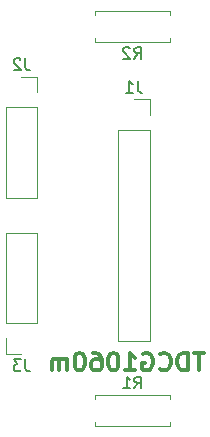
<source format=gbr>
G04 #@! TF.FileFunction,Legend,Bot*
%FSLAX46Y46*%
G04 Gerber Fmt 4.6, Leading zero omitted, Abs format (unit mm)*
G04 Created by KiCad (PCBNEW 4.0.7) date Sun Feb  4 21:06:27 2018*
%MOMM*%
%LPD*%
G01*
G04 APERTURE LIST*
%ADD10C,0.100000*%
%ADD11C,0.300000*%
%ADD12C,0.120000*%
%ADD13C,0.150000*%
G04 APERTURE END LIST*
D10*
D11*
X152585713Y-126178571D02*
X151728570Y-126178571D01*
X152157141Y-127678571D02*
X152157141Y-126178571D01*
X151228570Y-127678571D02*
X151228570Y-126178571D01*
X150871427Y-126178571D01*
X150657142Y-126250000D01*
X150514284Y-126392857D01*
X150442856Y-126535714D01*
X150371427Y-126821429D01*
X150371427Y-127035714D01*
X150442856Y-127321429D01*
X150514284Y-127464286D01*
X150657142Y-127607143D01*
X150871427Y-127678571D01*
X151228570Y-127678571D01*
X148871427Y-127535714D02*
X148942856Y-127607143D01*
X149157142Y-127678571D01*
X149299999Y-127678571D01*
X149514284Y-127607143D01*
X149657142Y-127464286D01*
X149728570Y-127321429D01*
X149799999Y-127035714D01*
X149799999Y-126821429D01*
X149728570Y-126535714D01*
X149657142Y-126392857D01*
X149514284Y-126250000D01*
X149299999Y-126178571D01*
X149157142Y-126178571D01*
X148942856Y-126250000D01*
X148871427Y-126321429D01*
X147442856Y-126250000D02*
X147585713Y-126178571D01*
X147799999Y-126178571D01*
X148014284Y-126250000D01*
X148157142Y-126392857D01*
X148228570Y-126535714D01*
X148299999Y-126821429D01*
X148299999Y-127035714D01*
X148228570Y-127321429D01*
X148157142Y-127464286D01*
X148014284Y-127607143D01*
X147799999Y-127678571D01*
X147657142Y-127678571D01*
X147442856Y-127607143D01*
X147371427Y-127535714D01*
X147371427Y-127035714D01*
X147657142Y-127035714D01*
X145942856Y-127678571D02*
X146799999Y-127678571D01*
X146371427Y-127678571D02*
X146371427Y-126178571D01*
X146514284Y-126392857D01*
X146657142Y-126535714D01*
X146799999Y-126607143D01*
X145014285Y-126178571D02*
X144871428Y-126178571D01*
X144728571Y-126250000D01*
X144657142Y-126321429D01*
X144585713Y-126464286D01*
X144514285Y-126750000D01*
X144514285Y-127107143D01*
X144585713Y-127392857D01*
X144657142Y-127535714D01*
X144728571Y-127607143D01*
X144871428Y-127678571D01*
X145014285Y-127678571D01*
X145157142Y-127607143D01*
X145228571Y-127535714D01*
X145299999Y-127392857D01*
X145371428Y-127107143D01*
X145371428Y-126750000D01*
X145299999Y-126464286D01*
X145228571Y-126321429D01*
X145157142Y-126250000D01*
X145014285Y-126178571D01*
X143228571Y-126178571D02*
X143514285Y-126178571D01*
X143657142Y-126250000D01*
X143728571Y-126321429D01*
X143871428Y-126535714D01*
X143942857Y-126821429D01*
X143942857Y-127392857D01*
X143871428Y-127535714D01*
X143800000Y-127607143D01*
X143657142Y-127678571D01*
X143371428Y-127678571D01*
X143228571Y-127607143D01*
X143157142Y-127535714D01*
X143085714Y-127392857D01*
X143085714Y-127035714D01*
X143157142Y-126892857D01*
X143228571Y-126821429D01*
X143371428Y-126750000D01*
X143657142Y-126750000D01*
X143800000Y-126821429D01*
X143871428Y-126892857D01*
X143942857Y-127035714D01*
X142157143Y-126178571D02*
X142014286Y-126178571D01*
X141871429Y-126250000D01*
X141800000Y-126321429D01*
X141728571Y-126464286D01*
X141657143Y-126750000D01*
X141657143Y-127107143D01*
X141728571Y-127392857D01*
X141800000Y-127535714D01*
X141871429Y-127607143D01*
X142014286Y-127678571D01*
X142157143Y-127678571D01*
X142300000Y-127607143D01*
X142371429Y-127535714D01*
X142442857Y-127392857D01*
X142514286Y-127107143D01*
X142514286Y-126750000D01*
X142442857Y-126464286D01*
X142371429Y-126321429D01*
X142300000Y-126250000D01*
X142157143Y-126178571D01*
X141014286Y-127678571D02*
X141014286Y-126678571D01*
X141014286Y-126821429D02*
X140942858Y-126750000D01*
X140800000Y-126678571D01*
X140585715Y-126678571D01*
X140442858Y-126750000D01*
X140371429Y-126892857D01*
X140371429Y-127678571D01*
X140371429Y-126892857D02*
X140300000Y-126750000D01*
X140157143Y-126678571D01*
X139942858Y-126678571D01*
X139800000Y-126750000D01*
X139728572Y-126892857D01*
X139728572Y-127678571D01*
D12*
X148015000Y-125155000D02*
X145355000Y-125155000D01*
X148015000Y-107315000D02*
X148015000Y-125155000D01*
X145355000Y-107315000D02*
X145355000Y-125155000D01*
X148015000Y-107315000D02*
X145355000Y-107315000D01*
X148015000Y-106045000D02*
X148015000Y-104715000D01*
X148015000Y-104715000D02*
X146685000Y-104715000D01*
X138490000Y-113090000D02*
X135830000Y-113090000D01*
X138490000Y-105410000D02*
X138490000Y-113090000D01*
X135830000Y-105410000D02*
X135830000Y-113090000D01*
X138490000Y-105410000D02*
X135830000Y-105410000D01*
X138490000Y-104140000D02*
X138490000Y-102810000D01*
X138490000Y-102810000D02*
X137160000Y-102810000D01*
X135830000Y-116018000D02*
X138490000Y-116018000D01*
X135830000Y-123698000D02*
X135830000Y-116018000D01*
X138490000Y-123698000D02*
X138490000Y-116018000D01*
X135830000Y-123698000D02*
X138490000Y-123698000D01*
X135830000Y-124968000D02*
X135830000Y-126298000D01*
X135830000Y-126298000D02*
X137160000Y-126298000D01*
X149768000Y-130084000D02*
X149768000Y-129754000D01*
X149768000Y-129754000D02*
X143348000Y-129754000D01*
X143348000Y-129754000D02*
X143348000Y-130084000D01*
X149768000Y-132044000D02*
X149768000Y-132374000D01*
X149768000Y-132374000D02*
X143348000Y-132374000D01*
X143348000Y-132374000D02*
X143348000Y-132044000D01*
X143348000Y-99532000D02*
X143348000Y-99862000D01*
X143348000Y-99862000D02*
X149768000Y-99862000D01*
X149768000Y-99862000D02*
X149768000Y-99532000D01*
X143348000Y-97572000D02*
X143348000Y-97242000D01*
X143348000Y-97242000D02*
X149768000Y-97242000D01*
X149768000Y-97242000D02*
X149768000Y-97572000D01*
D13*
X147018333Y-103167381D02*
X147018333Y-103881667D01*
X147065953Y-104024524D01*
X147161191Y-104119762D01*
X147304048Y-104167381D01*
X147399286Y-104167381D01*
X146018333Y-104167381D02*
X146589762Y-104167381D01*
X146304048Y-104167381D02*
X146304048Y-103167381D01*
X146399286Y-103310238D01*
X146494524Y-103405476D01*
X146589762Y-103453095D01*
X137493333Y-101262381D02*
X137493333Y-101976667D01*
X137540953Y-102119524D01*
X137636191Y-102214762D01*
X137779048Y-102262381D01*
X137874286Y-102262381D01*
X137064762Y-101357619D02*
X137017143Y-101310000D01*
X136921905Y-101262381D01*
X136683809Y-101262381D01*
X136588571Y-101310000D01*
X136540952Y-101357619D01*
X136493333Y-101452857D01*
X136493333Y-101548095D01*
X136540952Y-101690952D01*
X137112381Y-102262381D01*
X136493333Y-102262381D01*
X137493333Y-126750381D02*
X137493333Y-127464667D01*
X137540953Y-127607524D01*
X137636191Y-127702762D01*
X137779048Y-127750381D01*
X137874286Y-127750381D01*
X137112381Y-126750381D02*
X136493333Y-126750381D01*
X136826667Y-127131333D01*
X136683809Y-127131333D01*
X136588571Y-127178952D01*
X136540952Y-127226571D01*
X136493333Y-127321810D01*
X136493333Y-127559905D01*
X136540952Y-127655143D01*
X136588571Y-127702762D01*
X136683809Y-127750381D01*
X136969524Y-127750381D01*
X137064762Y-127702762D01*
X137112381Y-127655143D01*
X146724666Y-129206381D02*
X147058000Y-128730190D01*
X147296095Y-129206381D02*
X147296095Y-128206381D01*
X146915142Y-128206381D01*
X146819904Y-128254000D01*
X146772285Y-128301619D01*
X146724666Y-128396857D01*
X146724666Y-128539714D01*
X146772285Y-128634952D01*
X146819904Y-128682571D01*
X146915142Y-128730190D01*
X147296095Y-128730190D01*
X145772285Y-129206381D02*
X146343714Y-129206381D01*
X146058000Y-129206381D02*
X146058000Y-128206381D01*
X146153238Y-128349238D01*
X146248476Y-128444476D01*
X146343714Y-128492095D01*
X146724666Y-101314381D02*
X147058000Y-100838190D01*
X147296095Y-101314381D02*
X147296095Y-100314381D01*
X146915142Y-100314381D01*
X146819904Y-100362000D01*
X146772285Y-100409619D01*
X146724666Y-100504857D01*
X146724666Y-100647714D01*
X146772285Y-100742952D01*
X146819904Y-100790571D01*
X146915142Y-100838190D01*
X147296095Y-100838190D01*
X146343714Y-100409619D02*
X146296095Y-100362000D01*
X146200857Y-100314381D01*
X145962761Y-100314381D01*
X145867523Y-100362000D01*
X145819904Y-100409619D01*
X145772285Y-100504857D01*
X145772285Y-100600095D01*
X145819904Y-100742952D01*
X146391333Y-101314381D01*
X145772285Y-101314381D01*
M02*

</source>
